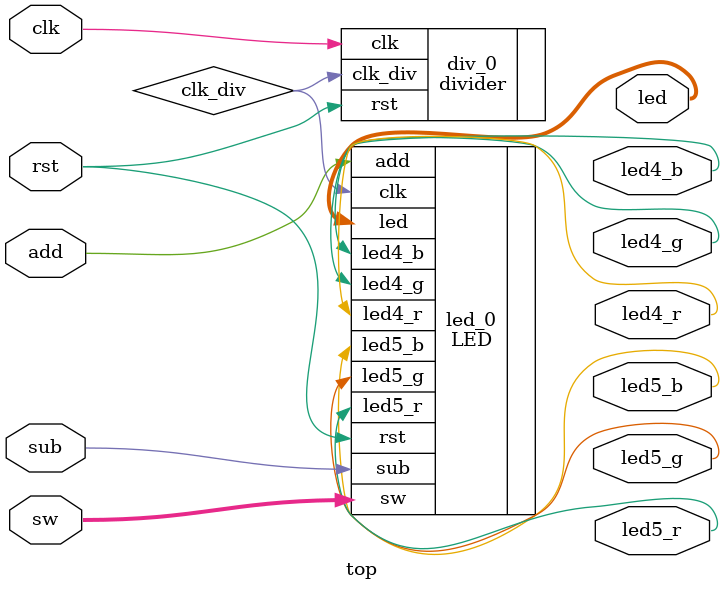
<source format=v>
module top(
    input   clk   ,
    input   rst   ,
    input   [1:0] sw  ,
    input   add,
    input   sub,
    output  led4_b,led4_r,led4_g,led5_b,led5_r,led5_g,
    output  [3:0]led
    );
    
    wire    clk_div ;
    
    LED led_0(
    .clk    (clk_div),
    .rst    (rst),
    .sw     (sw),
    .add    (add),
    .sub    (sub),
    .led    (led),
    .led4_b(led4_b),
    .led4_r(led4_r),
    .led4_g(led4_g),
    .led5_b(led5_b),
    .led5_r(led5_r),
    .led5_g(led5_g)
    );
    
    divider div_0(
    .clk    (clk),
    .rst    (rst),
    .clk_div    (clk_div)
    );
    
    
endmodule

</source>
